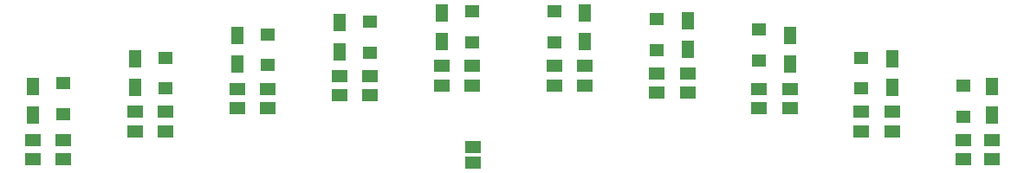
<source format=gbr>
G04 EAGLE Gerber RS-274X export*
G75*
%MOMM*%
%FSLAX34Y34*%
%LPD*%
%INSolderpaste Bottom*%
%IPPOS*%
%AMOC8*
5,1,8,0,0,1.08239X$1,22.5*%
G01*
%ADD10R,1.250000X1.700000*%
%ADD11R,1.600000X1.300000*%
%ADD12R,1.400000X1.200000*%
%ADD13R,1.600200X1.168400*%


D10*
X1007500Y383500D03*
X1007500Y411500D03*
D11*
X1007500Y359500D03*
X1007500Y340500D03*
D10*
X910000Y411000D03*
X910000Y439000D03*
D11*
X910000Y387000D03*
X910000Y368000D03*
D10*
X810000Y433500D03*
X810000Y461500D03*
D11*
X810000Y409500D03*
X810000Y390500D03*
D10*
X710000Y448500D03*
X710000Y476500D03*
D11*
X710000Y424500D03*
X710000Y405500D03*
D10*
X610000Y456000D03*
X610000Y484000D03*
D11*
X610000Y432000D03*
X610000Y413000D03*
D10*
X470000Y456000D03*
X470000Y484000D03*
D11*
X470000Y432000D03*
X470000Y413000D03*
D10*
X370000Y446000D03*
X370000Y474000D03*
D11*
X370000Y422000D03*
X370000Y403000D03*
D10*
X270000Y433500D03*
X270000Y461500D03*
D11*
X270000Y409500D03*
X270000Y390500D03*
D10*
X170000Y411000D03*
X170000Y439000D03*
D11*
X170000Y387000D03*
X170000Y368000D03*
D10*
X70000Y383500D03*
X70000Y411500D03*
D11*
X70000Y359500D03*
X70000Y340500D03*
D12*
X980000Y382500D03*
X980000Y412500D03*
D11*
X980000Y359500D03*
X980000Y340500D03*
D12*
X880000Y410000D03*
X880000Y440000D03*
D11*
X880000Y387000D03*
X880000Y368000D03*
D12*
X780000Y437500D03*
X780000Y467500D03*
D11*
X780000Y409500D03*
X780000Y390500D03*
D12*
X680000Y447500D03*
X680000Y477500D03*
D11*
X680000Y424500D03*
X680000Y405500D03*
D12*
X580000Y455000D03*
X580000Y485000D03*
D11*
X580000Y432000D03*
X580000Y413000D03*
D12*
X500000Y455000D03*
X500000Y485000D03*
D11*
X500000Y432000D03*
X500000Y413000D03*
D12*
X400000Y445000D03*
X400000Y475000D03*
D11*
X400000Y422000D03*
X400000Y403000D03*
D12*
X300000Y432500D03*
X300000Y462500D03*
D11*
X300000Y409500D03*
X300000Y390500D03*
D12*
X200000Y410000D03*
X200000Y440000D03*
D11*
X200000Y387000D03*
X200000Y368000D03*
D12*
X100000Y385000D03*
X100000Y415000D03*
D11*
X100000Y359500D03*
X100000Y340500D03*
D13*
X500248Y352212D03*
X500248Y336972D03*
M02*

</source>
